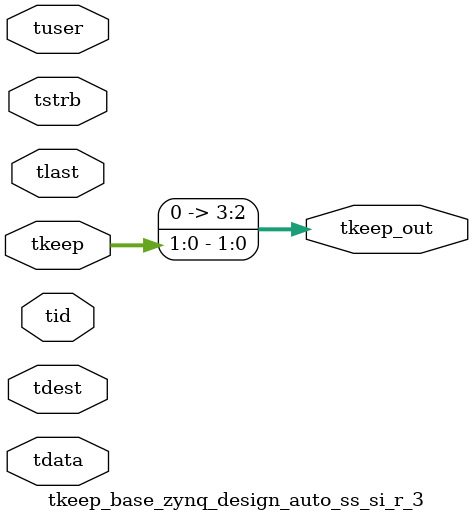
<source format=v>


`timescale 1ps/1ps

module tkeep_base_zynq_design_auto_ss_si_r_3 #
(
parameter C_S_AXIS_TDATA_WIDTH = 32,
parameter C_S_AXIS_TUSER_WIDTH = 0,
parameter C_S_AXIS_TID_WIDTH   = 0,
parameter C_S_AXIS_TDEST_WIDTH = 0,
parameter C_M_AXIS_TDATA_WIDTH = 32
)
(
input  [(C_S_AXIS_TDATA_WIDTH == 0 ? 1 : C_S_AXIS_TDATA_WIDTH)-1:0     ] tdata,
input  [(C_S_AXIS_TUSER_WIDTH == 0 ? 1 : C_S_AXIS_TUSER_WIDTH)-1:0     ] tuser,
input  [(C_S_AXIS_TID_WIDTH   == 0 ? 1 : C_S_AXIS_TID_WIDTH)-1:0       ] tid,
input  [(C_S_AXIS_TDEST_WIDTH == 0 ? 1 : C_S_AXIS_TDEST_WIDTH)-1:0     ] tdest,
input  [(C_S_AXIS_TDATA_WIDTH/8)-1:0 ] tkeep,
input  [(C_S_AXIS_TDATA_WIDTH/8)-1:0 ] tstrb,
input                                                                    tlast,
output [(C_M_AXIS_TDATA_WIDTH/8)-1:0 ] tkeep_out
);

assign tkeep_out = {tkeep[1:0]};

endmodule


</source>
